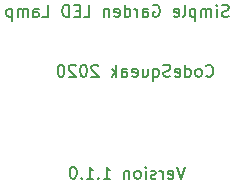
<source format=gbr>
G04 #@! TF.GenerationSoftware,KiCad,Pcbnew,(5.1.5)-3*
G04 #@! TF.CreationDate,2020-06-19T18:53:09+01:00*
G04 #@! TF.ProjectId,gardenlight,67617264-656e-46c6-9967-68742e6b6963,1.0.1*
G04 #@! TF.SameCoordinates,Original*
G04 #@! TF.FileFunction,Legend,Bot*
G04 #@! TF.FilePolarity,Positive*
%FSLAX46Y46*%
G04 Gerber Fmt 4.6, Leading zero omitted, Abs format (unit mm)*
G04 Created by KiCad (PCBNEW (5.1.5)-3) date 2020-06-19 18:53:09*
%MOMM*%
%LPD*%
G04 APERTURE LIST*
%ADD10C,0.150000*%
G04 APERTURE END LIST*
D10*
X118188761Y-94448380D02*
X117855428Y-95448380D01*
X117522095Y-94448380D01*
X116807809Y-95400761D02*
X116903047Y-95448380D01*
X117093523Y-95448380D01*
X117188761Y-95400761D01*
X117236380Y-95305523D01*
X117236380Y-94924571D01*
X117188761Y-94829333D01*
X117093523Y-94781714D01*
X116903047Y-94781714D01*
X116807809Y-94829333D01*
X116760190Y-94924571D01*
X116760190Y-95019809D01*
X117236380Y-95115047D01*
X116331619Y-95448380D02*
X116331619Y-94781714D01*
X116331619Y-94972190D02*
X116284000Y-94876952D01*
X116236380Y-94829333D01*
X116141142Y-94781714D01*
X116045904Y-94781714D01*
X115760190Y-95400761D02*
X115664952Y-95448380D01*
X115474476Y-95448380D01*
X115379238Y-95400761D01*
X115331619Y-95305523D01*
X115331619Y-95257904D01*
X115379238Y-95162666D01*
X115474476Y-95115047D01*
X115617333Y-95115047D01*
X115712571Y-95067428D01*
X115760190Y-94972190D01*
X115760190Y-94924571D01*
X115712571Y-94829333D01*
X115617333Y-94781714D01*
X115474476Y-94781714D01*
X115379238Y-94829333D01*
X114903047Y-95448380D02*
X114903047Y-94781714D01*
X114903047Y-94448380D02*
X114950666Y-94496000D01*
X114903047Y-94543619D01*
X114855428Y-94496000D01*
X114903047Y-94448380D01*
X114903047Y-94543619D01*
X114284000Y-95448380D02*
X114379238Y-95400761D01*
X114426857Y-95353142D01*
X114474476Y-95257904D01*
X114474476Y-94972190D01*
X114426857Y-94876952D01*
X114379238Y-94829333D01*
X114284000Y-94781714D01*
X114141142Y-94781714D01*
X114045904Y-94829333D01*
X113998285Y-94876952D01*
X113950666Y-94972190D01*
X113950666Y-95257904D01*
X113998285Y-95353142D01*
X114045904Y-95400761D01*
X114141142Y-95448380D01*
X114284000Y-95448380D01*
X113522095Y-94781714D02*
X113522095Y-95448380D01*
X113522095Y-94876952D02*
X113474476Y-94829333D01*
X113379238Y-94781714D01*
X113236380Y-94781714D01*
X113141142Y-94829333D01*
X113093523Y-94924571D01*
X113093523Y-95448380D01*
X111331619Y-95448380D02*
X111903047Y-95448380D01*
X111617333Y-95448380D02*
X111617333Y-94448380D01*
X111712571Y-94591238D01*
X111807809Y-94686476D01*
X111903047Y-94734095D01*
X110903047Y-95353142D02*
X110855428Y-95400761D01*
X110903047Y-95448380D01*
X110950666Y-95400761D01*
X110903047Y-95353142D01*
X110903047Y-95448380D01*
X109903047Y-95448380D02*
X110474476Y-95448380D01*
X110188761Y-95448380D02*
X110188761Y-94448380D01*
X110284000Y-94591238D01*
X110379238Y-94686476D01*
X110474476Y-94734095D01*
X109474476Y-95353142D02*
X109426857Y-95400761D01*
X109474476Y-95448380D01*
X109522095Y-95400761D01*
X109474476Y-95353142D01*
X109474476Y-95448380D01*
X108807809Y-94448380D02*
X108712571Y-94448380D01*
X108617333Y-94496000D01*
X108569714Y-94543619D01*
X108522095Y-94638857D01*
X108474476Y-94829333D01*
X108474476Y-95067428D01*
X108522095Y-95257904D01*
X108569714Y-95353142D01*
X108617333Y-95400761D01*
X108712571Y-95448380D01*
X108807809Y-95448380D01*
X108903047Y-95400761D01*
X108950666Y-95353142D01*
X108998285Y-95257904D01*
X109045904Y-95067428D01*
X109045904Y-94829333D01*
X108998285Y-94638857D01*
X108950666Y-94543619D01*
X108903047Y-94496000D01*
X108807809Y-94448380D01*
X120022190Y-86717142D02*
X120069809Y-86764761D01*
X120212666Y-86812380D01*
X120307904Y-86812380D01*
X120450761Y-86764761D01*
X120546000Y-86669523D01*
X120593619Y-86574285D01*
X120641238Y-86383809D01*
X120641238Y-86240952D01*
X120593619Y-86050476D01*
X120546000Y-85955238D01*
X120450761Y-85860000D01*
X120307904Y-85812380D01*
X120212666Y-85812380D01*
X120069809Y-85860000D01*
X120022190Y-85907619D01*
X119450761Y-86812380D02*
X119546000Y-86764761D01*
X119593619Y-86717142D01*
X119641238Y-86621904D01*
X119641238Y-86336190D01*
X119593619Y-86240952D01*
X119546000Y-86193333D01*
X119450761Y-86145714D01*
X119307904Y-86145714D01*
X119212666Y-86193333D01*
X119165047Y-86240952D01*
X119117428Y-86336190D01*
X119117428Y-86621904D01*
X119165047Y-86717142D01*
X119212666Y-86764761D01*
X119307904Y-86812380D01*
X119450761Y-86812380D01*
X118260285Y-86812380D02*
X118260285Y-85812380D01*
X118260285Y-86764761D02*
X118355523Y-86812380D01*
X118546000Y-86812380D01*
X118641238Y-86764761D01*
X118688857Y-86717142D01*
X118736476Y-86621904D01*
X118736476Y-86336190D01*
X118688857Y-86240952D01*
X118641238Y-86193333D01*
X118546000Y-86145714D01*
X118355523Y-86145714D01*
X118260285Y-86193333D01*
X117403142Y-86764761D02*
X117498380Y-86812380D01*
X117688857Y-86812380D01*
X117784095Y-86764761D01*
X117831714Y-86669523D01*
X117831714Y-86288571D01*
X117784095Y-86193333D01*
X117688857Y-86145714D01*
X117498380Y-86145714D01*
X117403142Y-86193333D01*
X117355523Y-86288571D01*
X117355523Y-86383809D01*
X117831714Y-86479047D01*
X116974571Y-86764761D02*
X116831714Y-86812380D01*
X116593619Y-86812380D01*
X116498380Y-86764761D01*
X116450761Y-86717142D01*
X116403142Y-86621904D01*
X116403142Y-86526666D01*
X116450761Y-86431428D01*
X116498380Y-86383809D01*
X116593619Y-86336190D01*
X116784095Y-86288571D01*
X116879333Y-86240952D01*
X116926952Y-86193333D01*
X116974571Y-86098095D01*
X116974571Y-86002857D01*
X116926952Y-85907619D01*
X116879333Y-85860000D01*
X116784095Y-85812380D01*
X116546000Y-85812380D01*
X116403142Y-85860000D01*
X115546000Y-86145714D02*
X115546000Y-87145714D01*
X115546000Y-86764761D02*
X115641238Y-86812380D01*
X115831714Y-86812380D01*
X115926952Y-86764761D01*
X115974571Y-86717142D01*
X116022190Y-86621904D01*
X116022190Y-86336190D01*
X115974571Y-86240952D01*
X115926952Y-86193333D01*
X115831714Y-86145714D01*
X115641238Y-86145714D01*
X115546000Y-86193333D01*
X114641238Y-86145714D02*
X114641238Y-86812380D01*
X115069809Y-86145714D02*
X115069809Y-86669523D01*
X115022190Y-86764761D01*
X114926952Y-86812380D01*
X114784095Y-86812380D01*
X114688857Y-86764761D01*
X114641238Y-86717142D01*
X113784095Y-86764761D02*
X113879333Y-86812380D01*
X114069809Y-86812380D01*
X114165047Y-86764761D01*
X114212666Y-86669523D01*
X114212666Y-86288571D01*
X114165047Y-86193333D01*
X114069809Y-86145714D01*
X113879333Y-86145714D01*
X113784095Y-86193333D01*
X113736476Y-86288571D01*
X113736476Y-86383809D01*
X114212666Y-86479047D01*
X112879333Y-86812380D02*
X112879333Y-86288571D01*
X112926952Y-86193333D01*
X113022190Y-86145714D01*
X113212666Y-86145714D01*
X113307904Y-86193333D01*
X112879333Y-86764761D02*
X112974571Y-86812380D01*
X113212666Y-86812380D01*
X113307904Y-86764761D01*
X113355523Y-86669523D01*
X113355523Y-86574285D01*
X113307904Y-86479047D01*
X113212666Y-86431428D01*
X112974571Y-86431428D01*
X112879333Y-86383809D01*
X112403142Y-86812380D02*
X112403142Y-85812380D01*
X112307904Y-86431428D02*
X112022190Y-86812380D01*
X112022190Y-86145714D02*
X112403142Y-86526666D01*
X110879333Y-85907619D02*
X110831714Y-85860000D01*
X110736476Y-85812380D01*
X110498380Y-85812380D01*
X110403142Y-85860000D01*
X110355523Y-85907619D01*
X110307904Y-86002857D01*
X110307904Y-86098095D01*
X110355523Y-86240952D01*
X110926952Y-86812380D01*
X110307904Y-86812380D01*
X109688857Y-85812380D02*
X109593619Y-85812380D01*
X109498380Y-85860000D01*
X109450761Y-85907619D01*
X109403142Y-86002857D01*
X109355523Y-86193333D01*
X109355523Y-86431428D01*
X109403142Y-86621904D01*
X109450761Y-86717142D01*
X109498380Y-86764761D01*
X109593619Y-86812380D01*
X109688857Y-86812380D01*
X109784095Y-86764761D01*
X109831714Y-86717142D01*
X109879333Y-86621904D01*
X109926952Y-86431428D01*
X109926952Y-86193333D01*
X109879333Y-86002857D01*
X109831714Y-85907619D01*
X109784095Y-85860000D01*
X109688857Y-85812380D01*
X108974571Y-85907619D02*
X108926952Y-85860000D01*
X108831714Y-85812380D01*
X108593619Y-85812380D01*
X108498380Y-85860000D01*
X108450761Y-85907619D01*
X108403142Y-86002857D01*
X108403142Y-86098095D01*
X108450761Y-86240952D01*
X109022190Y-86812380D01*
X108403142Y-86812380D01*
X107784095Y-85812380D02*
X107688857Y-85812380D01*
X107593619Y-85860000D01*
X107546000Y-85907619D01*
X107498380Y-86002857D01*
X107450761Y-86193333D01*
X107450761Y-86431428D01*
X107498380Y-86621904D01*
X107546000Y-86717142D01*
X107593619Y-86764761D01*
X107688857Y-86812380D01*
X107784095Y-86812380D01*
X107879333Y-86764761D01*
X107926952Y-86717142D01*
X107974571Y-86621904D01*
X108022190Y-86431428D01*
X108022190Y-86193333D01*
X107974571Y-86002857D01*
X107926952Y-85907619D01*
X107879333Y-85860000D01*
X107784095Y-85812380D01*
X121926761Y-81684761D02*
X121783904Y-81732380D01*
X121545809Y-81732380D01*
X121450571Y-81684761D01*
X121402952Y-81637142D01*
X121355333Y-81541904D01*
X121355333Y-81446666D01*
X121402952Y-81351428D01*
X121450571Y-81303809D01*
X121545809Y-81256190D01*
X121736285Y-81208571D01*
X121831523Y-81160952D01*
X121879142Y-81113333D01*
X121926761Y-81018095D01*
X121926761Y-80922857D01*
X121879142Y-80827619D01*
X121831523Y-80780000D01*
X121736285Y-80732380D01*
X121498190Y-80732380D01*
X121355333Y-80780000D01*
X120926761Y-81732380D02*
X120926761Y-81065714D01*
X120926761Y-80732380D02*
X120974380Y-80780000D01*
X120926761Y-80827619D01*
X120879142Y-80780000D01*
X120926761Y-80732380D01*
X120926761Y-80827619D01*
X120450571Y-81732380D02*
X120450571Y-81065714D01*
X120450571Y-81160952D02*
X120402952Y-81113333D01*
X120307714Y-81065714D01*
X120164857Y-81065714D01*
X120069619Y-81113333D01*
X120022000Y-81208571D01*
X120022000Y-81732380D01*
X120022000Y-81208571D02*
X119974380Y-81113333D01*
X119879142Y-81065714D01*
X119736285Y-81065714D01*
X119641047Y-81113333D01*
X119593428Y-81208571D01*
X119593428Y-81732380D01*
X119117238Y-81065714D02*
X119117238Y-82065714D01*
X119117238Y-81113333D02*
X119022000Y-81065714D01*
X118831523Y-81065714D01*
X118736285Y-81113333D01*
X118688666Y-81160952D01*
X118641047Y-81256190D01*
X118641047Y-81541904D01*
X118688666Y-81637142D01*
X118736285Y-81684761D01*
X118831523Y-81732380D01*
X119022000Y-81732380D01*
X119117238Y-81684761D01*
X118069619Y-81732380D02*
X118164857Y-81684761D01*
X118212476Y-81589523D01*
X118212476Y-80732380D01*
X117307714Y-81684761D02*
X117402952Y-81732380D01*
X117593428Y-81732380D01*
X117688666Y-81684761D01*
X117736285Y-81589523D01*
X117736285Y-81208571D01*
X117688666Y-81113333D01*
X117593428Y-81065714D01*
X117402952Y-81065714D01*
X117307714Y-81113333D01*
X117260095Y-81208571D01*
X117260095Y-81303809D01*
X117736285Y-81399047D01*
X115545809Y-80780000D02*
X115641047Y-80732380D01*
X115783904Y-80732380D01*
X115926761Y-80780000D01*
X116022000Y-80875238D01*
X116069619Y-80970476D01*
X116117238Y-81160952D01*
X116117238Y-81303809D01*
X116069619Y-81494285D01*
X116022000Y-81589523D01*
X115926761Y-81684761D01*
X115783904Y-81732380D01*
X115688666Y-81732380D01*
X115545809Y-81684761D01*
X115498190Y-81637142D01*
X115498190Y-81303809D01*
X115688666Y-81303809D01*
X114641047Y-81732380D02*
X114641047Y-81208571D01*
X114688666Y-81113333D01*
X114783904Y-81065714D01*
X114974380Y-81065714D01*
X115069619Y-81113333D01*
X114641047Y-81684761D02*
X114736285Y-81732380D01*
X114974380Y-81732380D01*
X115069619Y-81684761D01*
X115117238Y-81589523D01*
X115117238Y-81494285D01*
X115069619Y-81399047D01*
X114974380Y-81351428D01*
X114736285Y-81351428D01*
X114641047Y-81303809D01*
X114164857Y-81732380D02*
X114164857Y-81065714D01*
X114164857Y-81256190D02*
X114117238Y-81160952D01*
X114069619Y-81113333D01*
X113974380Y-81065714D01*
X113879142Y-81065714D01*
X113117238Y-81732380D02*
X113117238Y-80732380D01*
X113117238Y-81684761D02*
X113212476Y-81732380D01*
X113402952Y-81732380D01*
X113498190Y-81684761D01*
X113545809Y-81637142D01*
X113593428Y-81541904D01*
X113593428Y-81256190D01*
X113545809Y-81160952D01*
X113498190Y-81113333D01*
X113402952Y-81065714D01*
X113212476Y-81065714D01*
X113117238Y-81113333D01*
X112260095Y-81684761D02*
X112355333Y-81732380D01*
X112545809Y-81732380D01*
X112641047Y-81684761D01*
X112688666Y-81589523D01*
X112688666Y-81208571D01*
X112641047Y-81113333D01*
X112545809Y-81065714D01*
X112355333Y-81065714D01*
X112260095Y-81113333D01*
X112212476Y-81208571D01*
X112212476Y-81303809D01*
X112688666Y-81399047D01*
X111783904Y-81065714D02*
X111783904Y-81732380D01*
X111783904Y-81160952D02*
X111736285Y-81113333D01*
X111641047Y-81065714D01*
X111498190Y-81065714D01*
X111402952Y-81113333D01*
X111355333Y-81208571D01*
X111355333Y-81732380D01*
X109641047Y-81732380D02*
X110117238Y-81732380D01*
X110117238Y-80732380D01*
X109307714Y-81208571D02*
X108974380Y-81208571D01*
X108831523Y-81732380D02*
X109307714Y-81732380D01*
X109307714Y-80732380D01*
X108831523Y-80732380D01*
X108402952Y-81732380D02*
X108402952Y-80732380D01*
X108164857Y-80732380D01*
X108022000Y-80780000D01*
X107926761Y-80875238D01*
X107879142Y-80970476D01*
X107831523Y-81160952D01*
X107831523Y-81303809D01*
X107879142Y-81494285D01*
X107926761Y-81589523D01*
X108022000Y-81684761D01*
X108164857Y-81732380D01*
X108402952Y-81732380D01*
X106164857Y-81732380D02*
X106641047Y-81732380D01*
X106641047Y-80732380D01*
X105402952Y-81732380D02*
X105402952Y-81208571D01*
X105450571Y-81113333D01*
X105545809Y-81065714D01*
X105736285Y-81065714D01*
X105831523Y-81113333D01*
X105402952Y-81684761D02*
X105498190Y-81732380D01*
X105736285Y-81732380D01*
X105831523Y-81684761D01*
X105879142Y-81589523D01*
X105879142Y-81494285D01*
X105831523Y-81399047D01*
X105736285Y-81351428D01*
X105498190Y-81351428D01*
X105402952Y-81303809D01*
X104926761Y-81732380D02*
X104926761Y-81065714D01*
X104926761Y-81160952D02*
X104879142Y-81113333D01*
X104783904Y-81065714D01*
X104641047Y-81065714D01*
X104545809Y-81113333D01*
X104498190Y-81208571D01*
X104498190Y-81732380D01*
X104498190Y-81208571D02*
X104450571Y-81113333D01*
X104355333Y-81065714D01*
X104212476Y-81065714D01*
X104117238Y-81113333D01*
X104069619Y-81208571D01*
X104069619Y-81732380D01*
X103593428Y-81065714D02*
X103593428Y-82065714D01*
X103593428Y-81113333D02*
X103498190Y-81065714D01*
X103307714Y-81065714D01*
X103212476Y-81113333D01*
X103164857Y-81160952D01*
X103117238Y-81256190D01*
X103117238Y-81541904D01*
X103164857Y-81637142D01*
X103212476Y-81684761D01*
X103307714Y-81732380D01*
X103498190Y-81732380D01*
X103593428Y-81684761D01*
M02*

</source>
